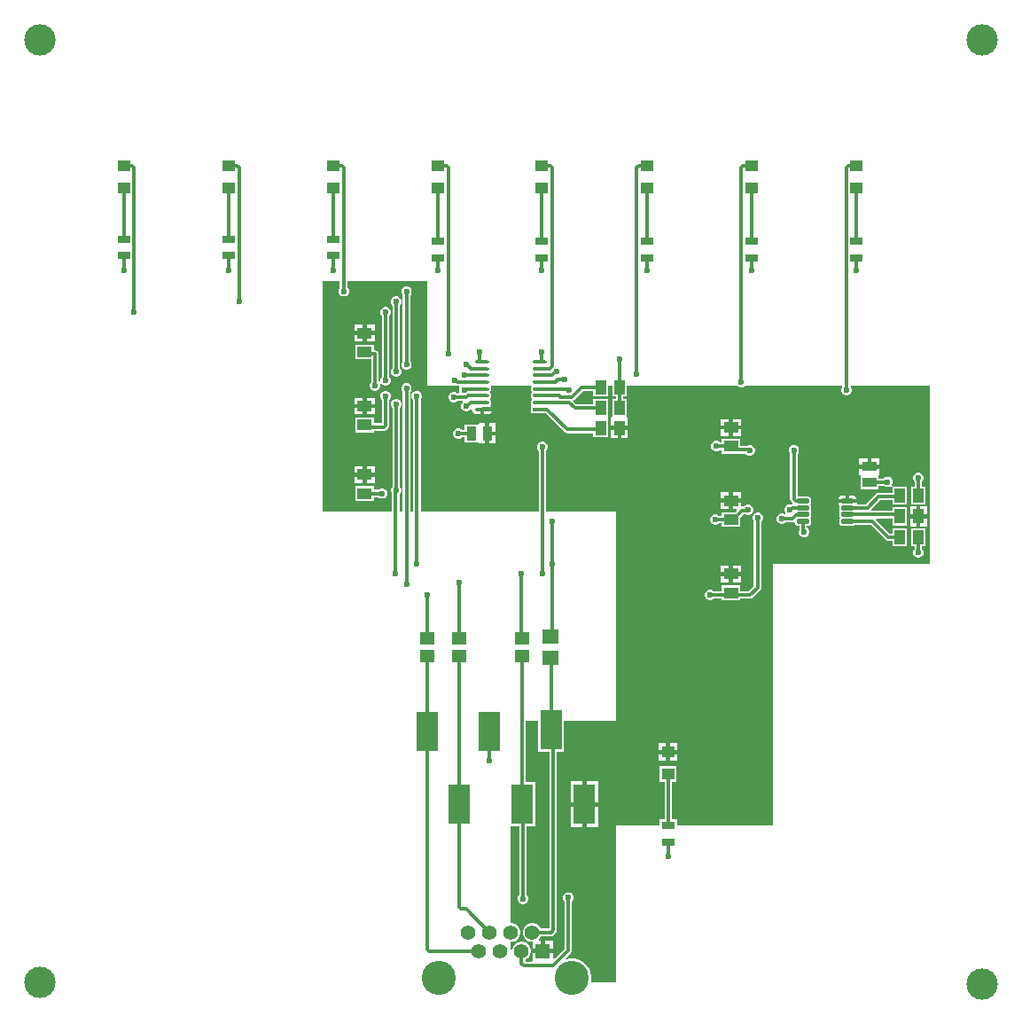
<source format=gtl>
G04*
G04 #@! TF.GenerationSoftware,Altium Limited,Altium Designer,23.7.1 (13)*
G04*
G04 Layer_Physical_Order=1*
G04 Layer_Color=255*
%FSLAX44Y44*%
%MOMM*%
G71*
G04*
G04 #@! TF.SameCoordinates,778E7F24-0D39-4E9A-B56D-B03573EA8545*
G04*
G04*
G04 #@! TF.FilePolarity,Positive*
G04*
G01*
G75*
G04:AMPARAMS|DCode=16|XSize=1.3554mm|YSize=0.3408mm|CornerRadius=0.1704mm|HoleSize=0mm|Usage=FLASHONLY|Rotation=180.000|XOffset=0mm|YOffset=0mm|HoleType=Round|Shape=RoundedRectangle|*
%AMROUNDEDRECTD16*
21,1,1.3554,0.0000,0,0,180.0*
21,1,1.0147,0.3408,0,0,180.0*
1,1,0.3408,-0.5073,0.0000*
1,1,0.3408,0.5073,0.0000*
1,1,0.3408,0.5073,0.0000*
1,1,0.3408,-0.5073,0.0000*
%
%ADD16ROUNDEDRECTD16*%
%ADD17R,1.3554X0.3408*%
%ADD18R,1.0000X1.3500*%
%ADD19R,1.5000X1.4000*%
%ADD20R,1.4500X1.1500*%
%ADD21R,2.0300X3.8000*%
%ADD22R,0.9500X1.3500*%
%ADD23R,1.3500X1.0000*%
%ADD24R,1.2000X1.1000*%
%ADD25R,1.2500X0.8000*%
G04:AMPARAMS|DCode=26|XSize=0.45mm|YSize=1.15mm|CornerRadius=0.0495mm|HoleSize=0mm|Usage=FLASHONLY|Rotation=90.000|XOffset=0mm|YOffset=0mm|HoleType=Round|Shape=RoundedRectangle|*
%AMROUNDEDRECTD26*
21,1,0.4500,1.0510,0,0,90.0*
21,1,0.3510,1.1500,0,0,90.0*
1,1,0.0990,0.5255,0.1755*
1,1,0.0990,0.5255,-0.1755*
1,1,0.0990,-0.5255,-0.1755*
1,1,0.0990,-0.5255,0.1755*
%
%ADD26ROUNDEDRECTD26*%
%ADD27R,1.3500X0.9500*%
%ADD36C,3.2500*%
%ADD37R,1.3900X1.3900*%
%ADD38C,1.3900*%
%ADD41C,0.3048*%
%ADD42C,0.6000*%
%ADD43C,3.0000*%
%ADD44C,0.6000*%
G36*
X420000Y620000D02*
X446831D01*
X446935Y619930D01*
X448310Y619657D01*
X450195D01*
X450688Y618387D01*
X450000Y616726D01*
Y614737D01*
X450406Y613756D01*
X449675Y612662D01*
X448381Y612583D01*
X447832Y613131D01*
X445995Y613893D01*
X444005D01*
X442168Y613131D01*
X440761Y611725D01*
X440000Y609887D01*
Y607898D01*
X440761Y606060D01*
X442168Y604654D01*
X444005Y603893D01*
X445995D01*
X447832Y604654D01*
X448478Y605300D01*
X453737D01*
X453896Y605017D01*
X454126Y604030D01*
X452929Y602832D01*
X452168Y600995D01*
Y599005D01*
X452929Y597168D01*
X454335Y595761D01*
X456173Y595000D01*
X458162D01*
X460000Y595761D01*
X461149Y596911D01*
X462236Y596744D01*
X462505Y596607D01*
X462742Y595415D01*
X463782Y593859D01*
X465337Y592819D01*
X467173Y592454D01*
X470246D01*
Y597250D01*
X472246D01*
Y599250D01*
X481640D01*
X480711Y600641D01*
X480010Y601110D01*
X480808Y602305D01*
X481096Y603750D01*
X480808Y605195D01*
X480160Y606166D01*
X479990Y607580D01*
X480808Y608805D01*
X481096Y610250D01*
X480808Y611695D01*
X479990Y612920D01*
Y614080D01*
X480808Y615305D01*
X481096Y616750D01*
X480808Y618195D01*
X480451Y618730D01*
X481130Y620000D01*
X518870D01*
X519549Y618730D01*
X519192Y618195D01*
X518904Y616750D01*
X519192Y615305D01*
X520010Y614080D01*
Y612920D01*
X519192Y611695D01*
X518904Y610250D01*
X519192Y608805D01*
X520010Y607580D01*
Y606420D01*
X519192Y605195D01*
X518904Y603750D01*
X519192Y602305D01*
X519246Y602224D01*
X518977Y600954D01*
X518977D01*
X518977Y600954D01*
Y593546D01*
X532873D01*
X550959Y575459D01*
X552125Y574680D01*
X553500Y574407D01*
X578482D01*
Y570863D01*
X592482D01*
Y588363D01*
X592482D01*
Y589619D01*
X592482D01*
Y607119D01*
X578482D01*
Y601962D01*
X562307D01*
X559552Y604717D01*
X559875Y606189D01*
X560590Y606667D01*
X568492Y614569D01*
X578482D01*
Y609412D01*
X592482D01*
Y620000D01*
X596482D01*
Y609412D01*
X599889D01*
Y607119D01*
X596482D01*
X596482Y590015D01*
X595482Y589364D01*
X595482Y588967D01*
X595482Y588967D01*
Y581614D01*
X603482D01*
X611482D01*
Y588967D01*
X611482Y588967D01*
X611482Y589364D01*
X610482Y590015D01*
X610482Y590634D01*
Y607119D01*
X607075D01*
Y609412D01*
X610482D01*
Y620000D01*
X715929D01*
X716918Y619011D01*
X718755Y618250D01*
X720745D01*
X722582Y619011D01*
X723571Y620000D01*
X816215D01*
X816327Y618730D01*
X816058Y618460D01*
X815296Y616623D01*
Y614633D01*
X816058Y612796D01*
X817464Y611389D01*
X819302Y610628D01*
X821291D01*
X823129Y611389D01*
X824535Y612796D01*
X825296Y614633D01*
Y616623D01*
X824535Y618460D01*
X824265Y618730D01*
X824791Y620000D01*
X900000D01*
Y450000D01*
X750000D01*
Y200000D01*
X658250D01*
Y206000D01*
X653593D01*
Y241500D01*
X658000D01*
Y256500D01*
X642000D01*
Y241500D01*
X646407D01*
Y206000D01*
X641750D01*
Y200000D01*
X600000D01*
Y50000D01*
X576954D01*
X576148Y50982D01*
X576510Y52803D01*
Y56398D01*
X575809Y59923D01*
X574433Y63245D01*
X572436Y66234D01*
X569894Y68776D01*
X566905Y70773D01*
X563583Y72149D01*
X560057Y72850D01*
X556463D01*
X552937Y72149D01*
X552797Y72091D01*
X552091Y73147D01*
X557156Y78212D01*
X557935Y79377D01*
X558208Y80752D01*
Y127516D01*
X558854Y128162D01*
X559615Y130000D01*
Y131989D01*
X558854Y133827D01*
X557448Y135233D01*
X555610Y135995D01*
X553621D01*
X551783Y135233D01*
X550377Y133827D01*
X549615Y131989D01*
Y130000D01*
X550377Y128162D01*
X551022Y127516D01*
Y82241D01*
X541443Y72662D01*
X540270Y73148D01*
Y78000D01*
X520370D01*
Y70050D01*
X519193Y69827D01*
X513593D01*
Y71740D01*
X515495Y72838D01*
X517162Y74505D01*
X518340Y76545D01*
X518950Y78822D01*
Y81178D01*
X518340Y83455D01*
X517162Y85495D01*
X515495Y87162D01*
X513455Y88340D01*
X511178Y88950D01*
X508822D01*
X506545Y88340D01*
X504505Y87162D01*
X502838Y85495D01*
X501660Y83455D01*
X501110Y81402D01*
X499840Y81569D01*
Y88830D01*
X501018D01*
X503295Y89440D01*
X505335Y90618D01*
X507002Y92285D01*
X508180Y94325D01*
X508790Y96602D01*
Y98958D01*
X508180Y101235D01*
X507002Y103275D01*
X505335Y104942D01*
X503295Y106120D01*
X501018Y106730D01*
X499840D01*
Y199000D01*
X507585D01*
Y133478D01*
X506940Y132832D01*
X506178Y130995D01*
Y129005D01*
X506940Y127168D01*
X508346Y125761D01*
X510184Y125000D01*
X512173D01*
X514011Y125761D01*
X515417Y127168D01*
X516178Y129005D01*
Y130995D01*
X515417Y132832D01*
X514771Y133478D01*
Y199000D01*
X522750D01*
Y241000D01*
X514193D01*
Y300000D01*
X526064D01*
Y270000D01*
X536677D01*
Y101373D01*
X528420D01*
X527322Y103275D01*
X525655Y104942D01*
X523615Y106120D01*
X521338Y106730D01*
X518982D01*
X516705Y106120D01*
X514665Y104942D01*
X512998Y103275D01*
X511820Y101235D01*
X511210Y98958D01*
Y96602D01*
X511820Y94325D01*
X512998Y92285D01*
X514665Y90618D01*
X516705Y89440D01*
X518982Y88830D01*
X520370D01*
Y82000D01*
X528320D01*
Y89950D01*
X526783D01*
X526257Y91220D01*
X527322Y92285D01*
X528420Y94187D01*
X538214D01*
X539590Y94460D01*
X540755Y95239D01*
X542811Y97295D01*
X543590Y98461D01*
X543863Y99836D01*
Y270000D01*
X550364D01*
Y300000D01*
X600000D01*
Y500000D01*
X533593D01*
Y558046D01*
X533965Y558418D01*
X534726Y560255D01*
Y562244D01*
X533965Y564082D01*
X532558Y565489D01*
X530721Y566250D01*
X528731D01*
X526894Y565489D01*
X525487Y564082D01*
X524726Y562244D01*
Y560255D01*
X525487Y558418D01*
X526407Y557498D01*
Y500000D01*
X413593D01*
Y606409D01*
X414239Y607055D01*
X415000Y608893D01*
Y610882D01*
X414239Y612719D01*
X412832Y614126D01*
X410995Y614887D01*
X409005D01*
X407168Y614126D01*
X405761Y612719D01*
X405000Y610882D01*
Y608893D01*
X405761Y607055D01*
X406407Y606409D01*
Y500000D01*
X403593D01*
Y613690D01*
X404239Y614335D01*
X405000Y616173D01*
Y618162D01*
X404239Y620000D01*
X402832Y621407D01*
X400994Y622168D01*
X399005D01*
X397168Y621407D01*
X395761Y620000D01*
X395000Y618162D01*
Y616173D01*
X395761Y614335D01*
X396407Y613690D01*
Y500000D01*
X393188D01*
Y516117D01*
X394239Y517168D01*
X395000Y519005D01*
Y520995D01*
X394239Y522832D01*
X393593Y523478D01*
Y598891D01*
X394239Y599536D01*
X395000Y601374D01*
Y603363D01*
X394239Y605201D01*
X392832Y606608D01*
X390995Y607369D01*
X389005D01*
X387168Y606608D01*
X385761Y605201D01*
X385000Y603363D01*
Y601374D01*
X385761Y599536D01*
X386407Y598891D01*
Y523478D01*
X385761Y522832D01*
X385000Y520995D01*
Y519005D01*
X385761Y517168D01*
X386002Y516927D01*
Y500000D01*
X320000D01*
Y720000D01*
X336407D01*
Y713478D01*
X335761Y712832D01*
X335000Y710995D01*
Y709005D01*
X335761Y707168D01*
X337168Y705761D01*
X339005Y705000D01*
X340995D01*
X342832Y705761D01*
X344239Y707168D01*
X345000Y709005D01*
Y710995D01*
X344239Y712832D01*
X343593Y713478D01*
Y720000D01*
X420000D01*
Y620000D01*
D02*
G37*
%LPC*%
G36*
X369750Y678000D02*
X362000D01*
Y672000D01*
X369750D01*
Y678000D01*
D02*
G37*
G36*
X358000D02*
X350250D01*
Y672000D01*
X358000D01*
Y678000D01*
D02*
G37*
G36*
X369750Y668000D02*
X362000D01*
Y662000D01*
X369750D01*
Y668000D01*
D02*
G37*
G36*
X358000D02*
X350250D01*
Y662000D01*
X358000D01*
Y668000D01*
D02*
G37*
G36*
X400994Y715000D02*
X399005D01*
X397168Y714239D01*
X395761Y712832D01*
X395000Y710995D01*
Y709005D01*
X395761Y707168D01*
X396407Y706522D01*
Y643478D01*
X395761Y642832D01*
X395000Y640995D01*
Y639005D01*
X395761Y637168D01*
X397168Y635761D01*
X399005Y635000D01*
X400994D01*
X402832Y635761D01*
X404239Y637168D01*
X405000Y639005D01*
Y640995D01*
X404239Y642832D01*
X403593Y643478D01*
Y706522D01*
X404239Y707168D01*
X405000Y709005D01*
Y710995D01*
X404239Y712832D01*
X402832Y714239D01*
X400994Y715000D01*
D02*
G37*
G36*
X390995Y705000D02*
X389005D01*
X387168Y704239D01*
X385761Y702832D01*
X385000Y700995D01*
Y699005D01*
X385761Y697168D01*
X386499Y696430D01*
Y636403D01*
X385946Y635849D01*
X385185Y634012D01*
Y632023D01*
X385946Y630185D01*
X387352Y628778D01*
X389190Y628017D01*
X391179D01*
X393017Y628778D01*
X394423Y630185D01*
X395185Y632023D01*
Y634012D01*
X394423Y635849D01*
X393685Y636587D01*
Y696614D01*
X394239Y697168D01*
X395000Y699005D01*
Y700995D01*
X394239Y702832D01*
X392832Y704239D01*
X390995Y705000D01*
D02*
G37*
G36*
X380995Y695000D02*
X379005D01*
X377168Y694239D01*
X375761Y692832D01*
X375000Y690995D01*
Y689005D01*
X375761Y687168D01*
X376407Y686522D01*
Y628478D01*
X375761Y627832D01*
X375000Y625995D01*
Y624979D01*
X373730Y624218D01*
X373593Y624291D01*
Y650000D01*
X373320Y651375D01*
X372541Y652541D01*
X371375Y653319D01*
X370000Y653593D01*
X368750D01*
Y659000D01*
X351250D01*
Y645000D01*
X366407D01*
Y623478D01*
X365761Y622832D01*
X365000Y620995D01*
Y619005D01*
X365761Y617168D01*
X367168Y615761D01*
X369005Y615000D01*
X370995D01*
X372832Y615761D01*
X374239Y617168D01*
X375000Y619005D01*
Y620995D01*
X374902Y621231D01*
X375979Y621950D01*
X377168Y620761D01*
X379005Y620000D01*
X380995D01*
X382832Y620761D01*
X384239Y622168D01*
X385000Y624005D01*
Y625995D01*
X384239Y627832D01*
X383593Y628478D01*
Y686522D01*
X384239Y687168D01*
X385000Y689005D01*
Y690995D01*
X384239Y692832D01*
X382832Y694239D01*
X380995Y695000D01*
D02*
G37*
G36*
X369750Y608369D02*
X362000D01*
Y602369D01*
X369750D01*
Y608369D01*
D02*
G37*
G36*
X358000D02*
X350250D01*
Y602369D01*
X358000D01*
Y608369D01*
D02*
G37*
G36*
X481640Y595250D02*
X474246D01*
Y592454D01*
X477319D01*
X479155Y592819D01*
X480711Y593859D01*
X481640Y595250D01*
D02*
G37*
G36*
X369750Y598369D02*
X362000D01*
Y592369D01*
X369750D01*
Y598369D01*
D02*
G37*
G36*
X358000D02*
X350250D01*
Y592369D01*
X358000D01*
Y598369D01*
D02*
G37*
G36*
X380995Y615000D02*
X379005D01*
X377168Y614239D01*
X375761Y612832D01*
X375000Y610995D01*
Y609005D01*
X375761Y607168D01*
X376407Y606522D01*
Y583962D01*
X368750D01*
Y589369D01*
X351250D01*
Y575369D01*
X368750D01*
Y576776D01*
X378214D01*
X379590Y577049D01*
X380755Y577828D01*
X382541Y579613D01*
X383320Y580779D01*
X383593Y582154D01*
Y606522D01*
X384239Y607168D01*
X385000Y609005D01*
Y610995D01*
X384239Y612832D01*
X382832Y614239D01*
X380995Y615000D01*
D02*
G37*
G36*
X719750Y588000D02*
X712000D01*
Y582000D01*
X719750D01*
Y588000D01*
D02*
G37*
G36*
X708000D02*
X700250D01*
Y582000D01*
X708000D01*
Y588000D01*
D02*
G37*
G36*
X469418Y583989D02*
X468766Y582989D01*
X468148Y582989D01*
X455418D01*
Y577832D01*
X453146D01*
X452500Y578478D01*
X450662Y579239D01*
X448673D01*
X446836Y578478D01*
X445429Y577071D01*
X444668Y575233D01*
Y573244D01*
X445429Y571407D01*
X446836Y570000D01*
X448673Y569239D01*
X450662D01*
X452500Y570000D01*
X453146Y570646D01*
X455418D01*
Y565489D01*
X468766Y565489D01*
X469418Y564489D01*
X469570Y564489D01*
X475168D01*
Y574239D01*
Y583989D01*
X469418Y583989D01*
D02*
G37*
G36*
X479168Y583989D02*
Y576239D01*
X484918D01*
Y583989D01*
X479168D01*
D02*
G37*
G36*
X719750Y578000D02*
X712000D01*
Y572000D01*
X719750D01*
Y578000D01*
D02*
G37*
G36*
X708000D02*
X700250D01*
Y572000D01*
X708000D01*
Y578000D01*
D02*
G37*
G36*
X611482Y577614D02*
X605482D01*
Y569864D01*
X611482D01*
Y577614D01*
D02*
G37*
G36*
X601482D02*
X595482D01*
Y569864D01*
X601482D01*
Y577614D01*
D02*
G37*
G36*
X718750Y569000D02*
X701250D01*
Y565593D01*
X699473D01*
X698827Y566239D01*
X696989Y567000D01*
X695000D01*
X693162Y566239D01*
X691756Y564832D01*
X690995Y562995D01*
Y561006D01*
X691756Y559168D01*
X693162Y557761D01*
X695000Y557000D01*
X696989D01*
X698827Y557761D01*
X699473Y558407D01*
X701250D01*
Y555000D01*
X713129D01*
X713476Y554931D01*
X723951D01*
X724978Y553905D01*
X726815Y553144D01*
X728804D01*
X730642Y553905D01*
X732049Y555311D01*
X732810Y557149D01*
Y559138D01*
X732049Y560976D01*
X730642Y562383D01*
X728804Y563144D01*
X726815D01*
X724978Y562383D01*
X724712Y562117D01*
X718750D01*
Y569000D01*
D02*
G37*
G36*
X484918Y572239D02*
X479168D01*
Y564489D01*
X484918D01*
Y572239D01*
D02*
G37*
G36*
X852033Y550250D02*
X844283D01*
Y544500D01*
X852033D01*
Y550250D01*
D02*
G37*
G36*
X840283D02*
X832533D01*
Y544500D01*
X840283D01*
Y550250D01*
D02*
G37*
G36*
X369750Y543000D02*
X362000D01*
Y537000D01*
X369750D01*
Y543000D01*
D02*
G37*
G36*
X358000D02*
X350250D01*
Y537000D01*
X358000D01*
Y543000D01*
D02*
G37*
G36*
X369750Y533000D02*
X362000D01*
Y527000D01*
X369750D01*
Y533000D01*
D02*
G37*
G36*
X358000D02*
X350250D01*
Y527000D01*
X358000D01*
Y533000D01*
D02*
G37*
G36*
X368750Y524000D02*
X351250D01*
Y510000D01*
X368750D01*
Y513407D01*
X373084D01*
X373730Y512761D01*
X375568Y512000D01*
X377557D01*
X379394Y512761D01*
X380801Y514168D01*
X381562Y516006D01*
Y517995D01*
X380801Y519832D01*
X379394Y521239D01*
X377557Y522000D01*
X375568D01*
X373730Y521239D01*
X373084Y520593D01*
X368750D01*
Y524000D01*
D02*
G37*
G36*
X719750Y518000D02*
X712000D01*
Y512000D01*
X719750D01*
Y518000D01*
D02*
G37*
G36*
X708000D02*
X700250D01*
Y512000D01*
X708000D01*
Y518000D01*
D02*
G37*
G36*
X826505Y515068D02*
X823250D01*
Y511750D01*
X830020D01*
X829797Y512869D01*
X829025Y514025D01*
X827869Y514797D01*
X826505Y515068D01*
D02*
G37*
G36*
X819250D02*
X815995D01*
X814631Y514797D01*
X813475Y514025D01*
X812703Y512869D01*
X812480Y511750D01*
X819250D01*
Y515068D01*
D02*
G37*
G36*
X770995Y563418D02*
X769005D01*
X767168Y562657D01*
X765761Y561250D01*
X765000Y559412D01*
Y557423D01*
X765761Y555585D01*
X766407Y554940D01*
Y511786D01*
X766681Y510410D01*
X767459Y509245D01*
X768675Y508030D01*
X768543Y507353D01*
X768195Y506713D01*
X767053Y506486D01*
X766766Y506294D01*
X766756Y506298D01*
X764767D01*
X762929Y505537D01*
X761522Y504131D01*
X760761Y502293D01*
Y500304D01*
X761522Y498466D01*
X762034Y497954D01*
X761326Y496978D01*
X759489Y497739D01*
X757500D01*
X755662Y496978D01*
X754255Y495571D01*
X753494Y493733D01*
Y491744D01*
X754255Y489906D01*
X755662Y488500D01*
X757500Y487739D01*
X759489D01*
X761326Y488500D01*
X761972Y489146D01*
X768545D01*
X769681Y489372D01*
X770951Y488697D01*
Y488495D01*
X771145Y487522D01*
X771696Y486696D01*
X772522Y486145D01*
X773495Y485951D01*
X775157D01*
Y482049D01*
X775248Y481593D01*
X775000Y480995D01*
Y479005D01*
X775761Y477168D01*
X777168Y475761D01*
X779005Y475000D01*
X780995D01*
X782832Y475761D01*
X784239Y477168D01*
X785000Y479005D01*
Y480995D01*
X784239Y482832D01*
X782832Y484239D01*
X782343Y484441D01*
Y485951D01*
X784005D01*
X784978Y486145D01*
X785804Y486696D01*
X786355Y487522D01*
X786549Y488495D01*
Y492005D01*
X786355Y492979D01*
X786007Y493500D01*
X786355Y494021D01*
X786549Y494995D01*
Y498505D01*
X786355Y499478D01*
X786007Y500000D01*
X786355Y500522D01*
X786549Y501495D01*
Y505005D01*
X786355Y505979D01*
X786007Y506500D01*
X786355Y507021D01*
X786549Y507995D01*
Y511505D01*
X786355Y512478D01*
X785804Y513304D01*
X784978Y513855D01*
X784005Y514049D01*
X773593D01*
Y554940D01*
X774239Y555585D01*
X775000Y557423D01*
Y559412D01*
X774239Y561250D01*
X772832Y562657D01*
X770995Y563418D01*
D02*
G37*
G36*
X889995Y536746D02*
X888006D01*
X886168Y535985D01*
X884761Y534578D01*
X884000Y532741D01*
Y530751D01*
X884761Y528914D01*
X885407Y528268D01*
Y523754D01*
X882000D01*
Y506254D01*
X896000D01*
Y523754D01*
X892593D01*
Y528268D01*
X893239Y528914D01*
X894000Y530751D01*
Y532741D01*
X893239Y534578D01*
X891832Y535985D01*
X889995Y536746D01*
D02*
G37*
G36*
X852033Y540500D02*
X842283D01*
X832533D01*
X832533Y534750D01*
X833533Y534098D01*
X833533Y533480D01*
Y520750D01*
X851033D01*
Y523907D01*
X856641D01*
X856768Y523780D01*
X858605Y523019D01*
X860595D01*
X862432Y523780D01*
X862959Y524307D01*
X863939Y523597D01*
X864000Y523419D01*
X864000Y522568D01*
Y517618D01*
X851024D01*
X849649Y517344D01*
X848484Y516565D01*
X838761Y506843D01*
X830840D01*
X830096Y507750D01*
X821250D01*
X812480D01*
X812703Y506631D01*
X813475Y505475D01*
X813537Y505434D01*
X813451Y505005D01*
Y501495D01*
X813645Y500522D01*
X813993Y500000D01*
X813645Y499478D01*
X813451Y498505D01*
Y494995D01*
X813645Y494021D01*
X813993Y493500D01*
X813645Y492979D01*
X813451Y492005D01*
Y488495D01*
X813645Y487522D01*
X814196Y486696D01*
X815022Y486145D01*
X815995Y485951D01*
X826505D01*
X827478Y486145D01*
X828245Y486657D01*
X843623D01*
X857821Y472459D01*
X858986Y471680D01*
X860361Y471407D01*
X864000D01*
Y466250D01*
X878000D01*
Y483750D01*
X864000D01*
Y478593D01*
X861850D01*
X848556Y491887D01*
X849082Y493157D01*
X864000D01*
Y486310D01*
X878000D01*
Y503810D01*
X864000D01*
Y500343D01*
X844220D01*
X843694Y501613D01*
X852513Y510432D01*
X864000D01*
Y506254D01*
X878000D01*
Y523754D01*
X865253D01*
X864422Y523754D01*
X863687Y524810D01*
X863839Y525187D01*
X863855Y525226D01*
X864600Y527025D01*
Y529014D01*
X863839Y530852D01*
X862432Y532258D01*
X860595Y533019D01*
X858605D01*
X856768Y532258D01*
X855603Y531093D01*
X851931D01*
X851033Y531991D01*
X851033Y534098D01*
X852033Y534750D01*
X852033Y534902D01*
Y540500D01*
D02*
G37*
G36*
X708000Y508000D02*
X700250D01*
Y502000D01*
X708000D01*
Y508000D01*
D02*
G37*
G36*
X897000Y504809D02*
X891000D01*
Y497060D01*
X897000D01*
Y504809D01*
D02*
G37*
G36*
X887000D02*
X881000D01*
Y497060D01*
X887000D01*
Y504809D01*
D02*
G37*
G36*
X719750Y508000D02*
X712000D01*
Y502000D01*
X715009D01*
X715495Y500827D01*
X713669Y499000D01*
X701250D01*
Y495593D01*
X698478D01*
X697832Y496239D01*
X695994Y497000D01*
X694005D01*
X692168Y496239D01*
X690761Y494832D01*
X690000Y492995D01*
Y491005D01*
X690761Y489168D01*
X692168Y487761D01*
X694005Y487000D01*
X695994D01*
X697832Y487761D01*
X698478Y488407D01*
X701250D01*
Y485000D01*
X718750D01*
Y493919D01*
X721972Y497141D01*
X723490D01*
X723571Y497060D01*
X725409Y496298D01*
X727398D01*
X729236Y497060D01*
X730642Y498466D01*
X731403Y500304D01*
Y502293D01*
X730642Y504131D01*
X729236Y505537D01*
X727398Y506298D01*
X725409D01*
X723571Y505537D01*
X722361Y504327D01*
X720484D01*
X719750Y504929D01*
Y508000D01*
D02*
G37*
G36*
X897000Y493060D02*
X891000D01*
Y485309D01*
X897000D01*
Y493060D01*
D02*
G37*
G36*
X887000D02*
X881000D01*
Y485309D01*
X887000D01*
Y493060D01*
D02*
G37*
G36*
X896000Y483750D02*
X882000D01*
Y466250D01*
X885317D01*
Y463857D01*
X884671Y463211D01*
X883910Y461374D01*
Y459384D01*
X884671Y457547D01*
X886077Y456140D01*
X887915Y455379D01*
X889904D01*
X891742Y456140D01*
X893148Y457547D01*
X893910Y459384D01*
Y461374D01*
X893148Y463211D01*
X892503Y463857D01*
Y466250D01*
X896000D01*
Y483750D01*
D02*
G37*
G36*
X719750Y448000D02*
X712000D01*
Y442000D01*
X719750D01*
Y448000D01*
D02*
G37*
G36*
X708000D02*
X700250D01*
Y442000D01*
X708000D01*
Y448000D01*
D02*
G37*
G36*
X719750Y438000D02*
X712000D01*
Y432000D01*
X719750D01*
Y438000D01*
D02*
G37*
G36*
X708000D02*
X700250D01*
Y432000D01*
X708000D01*
Y438000D01*
D02*
G37*
G36*
X736367Y498733D02*
X734378D01*
X732541Y497972D01*
X731134Y496566D01*
X730373Y494728D01*
Y492739D01*
X731134Y490901D01*
X731780Y490255D01*
Y428647D01*
X726726Y423593D01*
X718750D01*
Y429000D01*
X701250D01*
Y423593D01*
X693478D01*
X692832Y424239D01*
X690995Y425000D01*
X689005D01*
X687168Y424239D01*
X685761Y422832D01*
X685000Y420995D01*
Y419005D01*
X685761Y417168D01*
X687168Y415761D01*
X689005Y415000D01*
X690995D01*
X692832Y415761D01*
X693478Y416407D01*
X701250D01*
Y415000D01*
X718750D01*
Y416407D01*
X728214D01*
X729589Y416680D01*
X730755Y417459D01*
X737914Y424618D01*
X738692Y425783D01*
X738966Y427158D01*
Y490255D01*
X739612Y490901D01*
X740373Y492739D01*
Y494728D01*
X739612Y496566D01*
X738205Y497972D01*
X736367Y498733D01*
D02*
G37*
G36*
X659000Y278500D02*
X652000D01*
Y272000D01*
X659000D01*
Y278500D01*
D02*
G37*
G36*
X648000D02*
X641000D01*
Y272000D01*
X648000D01*
Y278500D01*
D02*
G37*
G36*
X659000Y268000D02*
X652000D01*
Y261500D01*
X659000D01*
Y268000D01*
D02*
G37*
G36*
X648000D02*
X641000D01*
Y261500D01*
X648000D01*
Y268000D01*
D02*
G37*
G36*
X583044Y242000D02*
X571894D01*
Y222000D01*
X583044D01*
Y242000D01*
D02*
G37*
G36*
X567894D02*
X556744D01*
Y222000D01*
X567894D01*
Y242000D01*
D02*
G37*
G36*
X583044Y218000D02*
X571894D01*
Y198000D01*
X583044D01*
Y218000D01*
D02*
G37*
G36*
X567894D02*
X556744D01*
Y198000D01*
X567894D01*
Y218000D01*
D02*
G37*
G36*
X540270Y89950D02*
X532320D01*
Y82000D01*
X540270D01*
Y89950D01*
D02*
G37*
%LPD*%
D16*
X472246Y597250D02*
D03*
Y603750D02*
D03*
Y610250D02*
D03*
Y616750D02*
D03*
Y623250D02*
D03*
Y629750D02*
D03*
Y636250D02*
D03*
Y642750D02*
D03*
X527754D02*
D03*
Y636250D02*
D03*
Y629750D02*
D03*
Y623250D02*
D03*
Y616750D02*
D03*
Y610250D02*
D03*
Y603750D02*
D03*
D17*
Y597250D02*
D03*
D18*
X585482Y579613D02*
D03*
X603482D02*
D03*
Y618162D02*
D03*
X585482D02*
D03*
X603482Y598369D02*
D03*
X585482D02*
D03*
X871000Y495060D02*
D03*
X889000D02*
D03*
Y475000D02*
D03*
X871000D02*
D03*
X889000Y515004D02*
D03*
X871000D02*
D03*
D19*
X537804Y380000D02*
D03*
Y360000D02*
D03*
D20*
X510600Y378750D02*
D03*
Y361250D02*
D03*
X450000Y378750D02*
D03*
Y361250D02*
D03*
X420000Y378750D02*
D03*
Y361250D02*
D03*
D21*
X569894Y220000D02*
D03*
X510600D02*
D03*
X538214Y291000D02*
D03*
X479520Y290000D02*
D03*
X450000Y220000D02*
D03*
X420000Y290000D02*
D03*
D22*
X462168Y574239D02*
D03*
X477168D02*
D03*
D23*
X710000Y562000D02*
D03*
Y580000D02*
D03*
X360000Y670000D02*
D03*
Y652000D02*
D03*
Y600369D02*
D03*
Y582369D02*
D03*
Y535000D02*
D03*
Y517000D02*
D03*
X710000Y440000D02*
D03*
Y422000D02*
D03*
Y510000D02*
D03*
Y492000D02*
D03*
D24*
X830000Y809000D02*
D03*
Y830000D02*
D03*
X730000Y809000D02*
D03*
Y830000D02*
D03*
X630000Y809000D02*
D03*
Y830000D02*
D03*
X529000Y809000D02*
D03*
Y830000D02*
D03*
X430000Y809000D02*
D03*
Y830000D02*
D03*
X330000Y809000D02*
D03*
Y830000D02*
D03*
X230000Y809000D02*
D03*
Y830000D02*
D03*
X130000Y809000D02*
D03*
Y830000D02*
D03*
X650000Y249000D02*
D03*
Y270000D02*
D03*
D25*
X830000Y758000D02*
D03*
Y742000D02*
D03*
X730000Y758000D02*
D03*
Y742000D02*
D03*
X630000Y758000D02*
D03*
Y742000D02*
D03*
X529000Y758000D02*
D03*
Y742000D02*
D03*
X430000Y758000D02*
D03*
Y742000D02*
D03*
X330000Y760000D02*
D03*
Y744000D02*
D03*
X230000Y760000D02*
D03*
Y744000D02*
D03*
X130000Y760000D02*
D03*
Y744000D02*
D03*
X650000Y200000D02*
D03*
Y184000D02*
D03*
D26*
X778750Y509750D02*
D03*
Y503250D02*
D03*
Y496750D02*
D03*
Y490250D02*
D03*
X821250Y509750D02*
D03*
Y503250D02*
D03*
Y496750D02*
D03*
Y490250D02*
D03*
D27*
X842283Y542500D02*
D03*
Y527500D02*
D03*
D36*
X431260Y54600D02*
D03*
X558260D02*
D03*
D37*
X530320Y80000D02*
D03*
D38*
X520160Y97780D02*
D03*
X510000Y80000D02*
D03*
X499840Y97780D02*
D03*
X489680Y80000D02*
D03*
X479520Y97780D02*
D03*
X469360Y80000D02*
D03*
X459200Y97780D02*
D03*
D41*
X457604Y640000D02*
X461354Y636250D01*
X471000D01*
X457966Y600000D02*
X461716Y603750D01*
X471000D01*
X529000Y629750D02*
X539210D01*
X542477Y633017D01*
X536944Y636250D02*
X539520Y638826D01*
Y828214D01*
X529000Y636250D02*
X536944D01*
X889000Y515004D02*
Y531746D01*
X821250Y490250D02*
X845111D01*
X860361Y475000D01*
X871000D01*
X888103Y479897D02*
X888910Y479090D01*
Y460379D02*
Y479090D01*
X553500Y578000D02*
X583868D01*
X534250Y597250D02*
X553500Y578000D01*
X583868D02*
X585482Y579613D01*
X529000Y597250D02*
X534250D01*
X560819Y598369D02*
X585482D01*
X555437Y603750D02*
X560819Y598369D01*
X529000Y603750D02*
X555437D01*
X529000Y610250D02*
X545628D01*
X546671Y609207D01*
X558049D01*
X567004Y618162D01*
X585482D01*
X603482D02*
Y645000D01*
Y598369D02*
Y618162D01*
X869690Y496750D02*
X870000Y497060D01*
X821250Y496750D02*
X869690D01*
X851024Y514025D02*
X870000D01*
X840250Y503250D02*
X851024Y514025D01*
X821250Y503250D02*
X840250D01*
X842283Y527500D02*
X859081D01*
X859600Y528019D01*
X554615Y80752D02*
Y130995D01*
X540097Y66234D02*
X554615Y80752D01*
X510600Y220000D02*
X511178Y219421D01*
Y130000D02*
Y219421D01*
X511786Y66234D02*
X540097D01*
X510000Y68019D02*
Y80000D01*
Y68019D02*
X511786Y66234D01*
X538214Y291000D02*
Y359589D01*
X537804Y360000D02*
X538214Y359589D01*
X510600Y220000D02*
Y361250D01*
X479520Y261500D02*
Y290000D01*
X450000Y220000D02*
Y361250D01*
X420000Y290000D02*
Y361250D01*
X537804Y380000D02*
X539037Y381233D01*
Y450000D01*
X510000Y379350D02*
X510600Y378750D01*
X510000Y379350D02*
Y440000D01*
X450000Y378750D02*
Y432000D01*
X420000Y378750D02*
Y420000D01*
X538214Y291000D02*
X540270Y288944D01*
X520160Y97780D02*
X538214D01*
X540270Y99836D01*
Y288944D01*
X451786Y120000D02*
X457300D01*
X450000Y121785D02*
Y220000D01*
Y121785D02*
X451786Y120000D01*
X457300D02*
X479520Y97780D01*
X421786Y80000D02*
X469360D01*
X420000Y81785D02*
Y290000D01*
Y81785D02*
X421786Y80000D01*
X360000Y517000D02*
X376562D01*
X821250Y503250D02*
X821292Y503208D01*
X780000Y480000D02*
Y480799D01*
X778750Y482049D02*
X780000Y480799D01*
X778750Y482049D02*
Y490250D01*
X713476Y558524D02*
X727430D01*
X710000Y562000D02*
X713476Y558524D01*
X727430D02*
X727810Y558144D01*
X778667Y503166D02*
X778750Y503250D01*
X768428Y503166D02*
X778667D01*
X766560Y501298D02*
X768428Y503166D01*
X765761Y501298D02*
X766560D01*
X758494Y492739D02*
X768545D01*
X771830Y496024D01*
X735373Y427158D02*
Y493733D01*
X728214Y420000D02*
X735373Y427158D01*
X720484Y500734D02*
X725838D01*
X711750Y492000D02*
X720484Y500734D01*
X725838D02*
X726403Y501298D01*
X695000Y492000D02*
X711750D01*
X710000Y422000D02*
X712000Y420000D01*
X728214D01*
X778024Y496024D02*
X778750Y496750D01*
X771830Y496024D02*
X778024D01*
X771786Y510000D02*
X778500D01*
X770000Y511786D02*
X771786Y510000D01*
X770000Y511786D02*
Y558418D01*
X778500Y510000D02*
X778750Y509750D01*
X449668Y574239D02*
X462168D01*
X695994Y562000D02*
X710000D01*
X530000Y440000D02*
Y560976D01*
X529726Y561250D02*
X530000Y560976D01*
X539037Y450000D02*
Y490250D01*
X650000Y170000D02*
Y184000D01*
Y200000D02*
Y249000D01*
X410000Y450000D02*
Y609887D01*
X400000Y430000D02*
Y617168D01*
X389190Y440000D02*
X389595Y440405D01*
Y519595D01*
X390000Y520000D01*
X529024Y623274D02*
X542205D01*
X544361Y625430D02*
X550737D01*
X542205Y623274D02*
X544361Y625430D01*
X550737D02*
X551301Y625995D01*
X554782Y616296D02*
X555347Y615732D01*
X551779Y616296D02*
X554782D01*
X551301Y616774D02*
X551779Y616296D01*
X529024Y616774D02*
X551301D01*
X542477Y633017D02*
X543276D01*
X529000Y623250D02*
X529024Y623274D01*
X529000Y642750D02*
Y652000D01*
X470000Y643476D02*
Y652000D01*
X470946Y629804D02*
X471000Y629750D01*
X455000Y629859D02*
X455054Y629804D01*
X470946D01*
X456805Y640000D02*
X457604D01*
X455799Y615732D02*
X456805Y616738D01*
X470988D01*
X455000Y615732D02*
X455799D01*
X457388Y608893D02*
X458697Y610202D01*
X445000Y608893D02*
X457388D01*
X458697Y610202D02*
X470952D01*
X471000Y610250D01*
X448310Y623250D02*
X471000D01*
X446560Y625000D02*
X448310Y623250D01*
X445761Y625000D02*
X446560D01*
X708000Y420000D02*
X710000Y422000D01*
X690000Y420000D02*
X708000D01*
X529000Y616750D02*
X529024Y616774D01*
X821786Y830000D02*
X830000D01*
X820000Y828214D02*
X821786Y830000D01*
X820000Y615924D02*
Y828214D01*
Y615924D02*
X820296Y615628D01*
X719750Y623250D02*
Y828214D01*
X721535Y830000D02*
X730000D01*
X719750Y828214D02*
X721535Y830000D01*
X620000Y630995D02*
Y828214D01*
X621786Y830000D02*
X630000D01*
X620000Y828214D02*
X621786Y830000D01*
X529000D02*
X537734D01*
X539520Y828214D01*
X470726Y642750D02*
X471000D01*
X470000Y643476D02*
X470726Y642750D01*
X430000Y830000D02*
X438214D01*
X440000Y828214D01*
Y650000D02*
Y828214D01*
X400000Y640000D02*
Y710000D01*
X330000Y830000D02*
X338214D01*
X340000Y828214D01*
Y710000D02*
Y828214D01*
X390092Y633109D02*
X390185Y633017D01*
X390092Y633109D02*
Y699908D01*
X390000Y700000D02*
X390092Y699908D01*
X230000Y830000D02*
X238214D01*
X240000Y828214D01*
Y700000D02*
Y828214D01*
X470988Y616738D02*
X471000Y616750D01*
X380000Y625000D02*
Y690000D01*
X130000Y830000D02*
X138215D01*
X140000Y828214D01*
Y690000D02*
Y828214D01*
X457168Y600000D02*
X457966D01*
X390000Y520000D02*
Y602369D01*
X360000Y652000D02*
X362000Y650000D01*
X370000D01*
Y620000D02*
Y650000D01*
X362000Y580369D02*
X378214D01*
X380000Y582154D02*
Y610000D01*
X360000Y582369D02*
X362000Y580369D01*
X378214D02*
X380000Y582154D01*
X830000Y730020D02*
Y742000D01*
Y730020D02*
X830020Y730000D01*
X730000D02*
Y742000D01*
X630000Y730000D02*
Y742000D01*
X529000Y730000D02*
Y742000D01*
Y730000D02*
X529000Y730000D01*
X430000D02*
Y742000D01*
X330000Y730000D02*
Y744000D01*
X230000Y730000D02*
Y744000D01*
X130000Y730000D02*
Y744000D01*
X830000Y758000D02*
Y809000D01*
X730000Y758000D02*
Y809000D01*
X630000Y758000D02*
Y809000D01*
X529000Y758000D02*
Y809000D01*
X430000Y758000D02*
Y809000D01*
X330000Y760000D02*
Y809000D01*
X230000Y760000D02*
Y809000D01*
X130000Y760000D02*
Y809000D01*
D42*
X829797Y741797D02*
X830000Y742000D01*
D43*
X950000Y48575D02*
D03*
X50000Y50000D02*
D03*
X950000Y950000D02*
D03*
X50000D02*
D03*
D44*
X889000Y531746D02*
D03*
X888910Y460379D02*
D03*
X603482Y645000D02*
D03*
X859600Y528019D02*
D03*
X554615Y130995D02*
D03*
X511178Y130000D02*
D03*
X479520Y261500D02*
D03*
X376562Y517000D02*
D03*
X780000Y480000D02*
D03*
X727810Y558144D02*
D03*
X765761Y501298D02*
D03*
X758494Y492739D02*
D03*
X735373Y493733D02*
D03*
X726403Y501298D02*
D03*
X770000Y558418D02*
D03*
X449668Y574239D02*
D03*
X695994Y562000D02*
D03*
X529726Y561250D02*
D03*
X530000Y440000D02*
D03*
X695000Y492000D02*
D03*
X539037Y490250D02*
D03*
X650000Y170000D02*
D03*
X410000Y609887D02*
D03*
Y450000D02*
D03*
X539037D02*
D03*
X389190Y440000D02*
D03*
X510000D02*
D03*
X551301Y625995D02*
D03*
X555347Y615732D02*
D03*
X543276Y633017D02*
D03*
X529000Y652000D02*
D03*
X470000D02*
D03*
X455000Y629859D02*
D03*
X456805Y640000D02*
D03*
X455000Y615732D02*
D03*
X445000Y608893D02*
D03*
X445761Y625000D02*
D03*
X400000Y617168D02*
D03*
Y430000D02*
D03*
X450000Y432000D02*
D03*
X690000Y420000D02*
D03*
X420000D02*
D03*
X820296Y615628D02*
D03*
X719750Y623250D02*
D03*
X620000Y630995D02*
D03*
X440000Y650000D02*
D03*
X400000Y640000D02*
D03*
Y710000D02*
D03*
X340000D02*
D03*
X390185Y633017D02*
D03*
X390000Y700000D02*
D03*
X240000D02*
D03*
X380000Y625000D02*
D03*
Y690000D02*
D03*
X140000D02*
D03*
X457168Y600000D02*
D03*
X390000Y602369D02*
D03*
Y520000D02*
D03*
X370000Y620000D02*
D03*
X380000Y610000D02*
D03*
X830020Y730000D02*
D03*
X730000D02*
D03*
X630000D02*
D03*
X529000Y730000D02*
D03*
X430000D02*
D03*
X330000D02*
D03*
X230000D02*
D03*
X130000D02*
D03*
M02*

</source>
